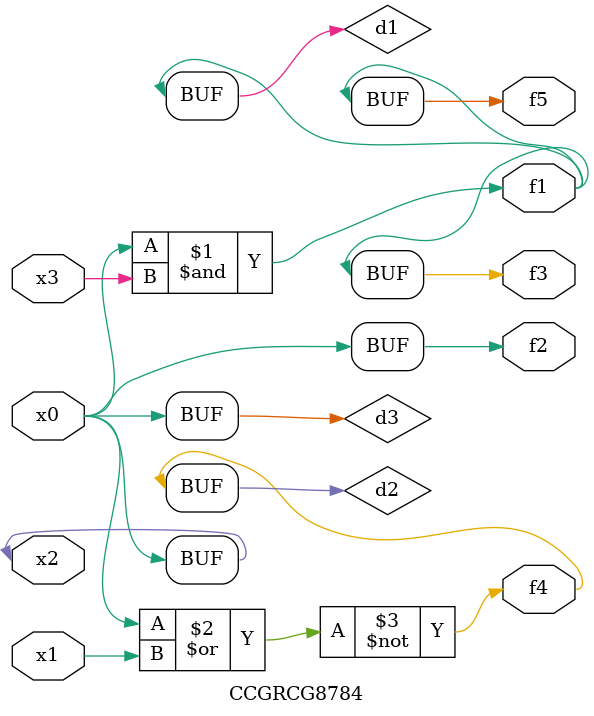
<source format=v>
module CCGRCG8784(
	input x0, x1, x2, x3,
	output f1, f2, f3, f4, f5
);

	wire d1, d2, d3;

	and (d1, x2, x3);
	nor (d2, x0, x1);
	buf (d3, x0, x2);
	assign f1 = d1;
	assign f2 = d3;
	assign f3 = d1;
	assign f4 = d2;
	assign f5 = d1;
endmodule

</source>
